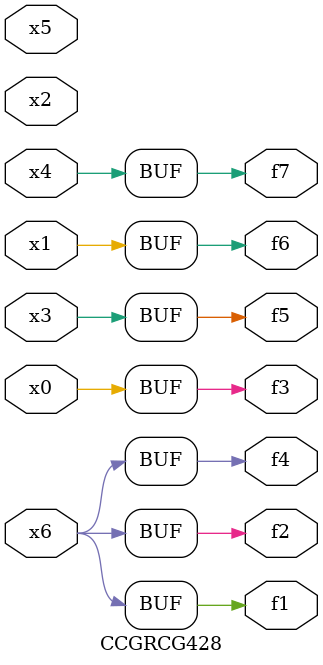
<source format=v>
module CCGRCG428(
	input x0, x1, x2, x3, x4, x5, x6,
	output f1, f2, f3, f4, f5, f6, f7
);
	assign f1 = x6;
	assign f2 = x6;
	assign f3 = x0;
	assign f4 = x6;
	assign f5 = x3;
	assign f6 = x1;
	assign f7 = x4;
endmodule

</source>
